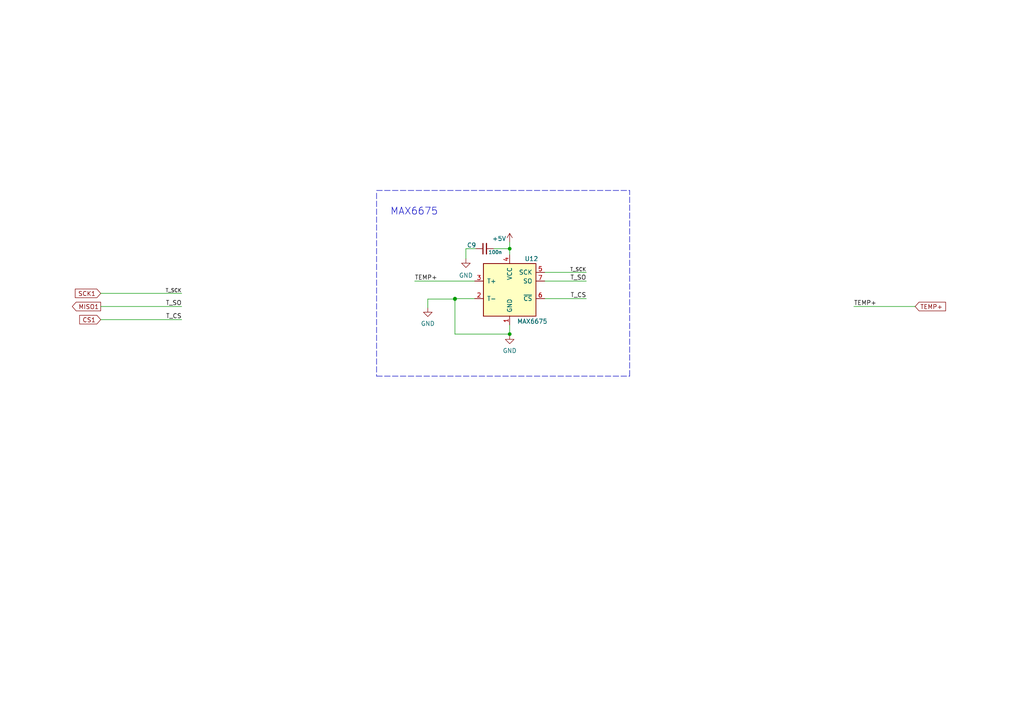
<source format=kicad_sch>
(kicad_sch (version 20211123) (generator eeschema)
  (paper "A4")
  (lib_symbols
    (symbol "Device:C_Small" (pin_numbers hide) (pin_names (offset 0.254) hide)
      (property "Reference" "C" (at 0.254 1.778 0))
      (property "Value" "C_Small" (at 0.254 -2.032 0))
      (symbol "C_Small_0_1"
        (polyline (pts (xy -1.524 -0.508) (xy 1.524 -0.508)) (stroke (width 0.3302)))
        (polyline (pts (xy -1.524 0.508) (xy 1.524 0.508)) (stroke (width 0.3048)))
      )
      (symbol "C_Small_1_1"
        (pin passive line (at 0 2.54 270) (length 2.032) (name "~") (number "1"))
        (pin passive line (at 0 -2.54 90) (length 2.032) (name "~") (number "2"))
      )
    )
    (symbol "Sensor_Temperature:MAX31855KASA" (pin_names (offset 1.016))
      (property "Reference" "U" (at -7.62 8.89 0))
      (property "Value" "MAX31855KASA" (at 1.27 8.89 0))
      (symbol "MAX31855KASA_0_1"
        (rectangle (start -7.62 7.62) (end 7.62 -7.62) (stroke (width 0.254)) (fill (type background)))
      )
      (symbol "MAX31855KASA_1_1"
        (pin power_in line (at 0 -10.16 90) (length 2.54) (name "GND") (number "1"))
        (pin passive line (at -10.16 -2.54 0) (length 2.54) (name "T-") (number "2"))
        (pin passive line (at -10.16 2.54 0) (length 2.54) (name "T+") (number "3"))
        (pin power_in line (at 0 10.16 270) (length 2.54) (name "VCC") (number "4"))
        (pin input line (at 10.16 5.08 180) (length 2.54) (name "SCK") (number "5"))
        (pin input line (at 10.16 -2.54 180) (length 2.54) (name "~{CS}") (number "6"))
        (pin tri_state line (at 10.16 2.54 180) (length 2.54) (name "SO") (number "7"))
      )
    )
    (symbol "power:+5V" (power) (pin_names (offset 0))
      (property "Value" "+5V" (at 0 3.556 0))
      (symbol "+5V_0_1"
        (polyline (pts (xy -0.762 1.27) (xy 0 2.54)))
        (polyline (pts (xy 0 0) (xy 0 2.54)))
        (polyline (pts (xy 0 2.54) (xy 0.762 1.27)))
      )
      (symbol "+5V_1_1"
        (pin power_in line (at 0 0 90) (length 0) hide (name "+5V") (number "1"))
      )
    )
    (symbol "power:GND" (power) (pin_names (offset 0))
      (property "Value" "GND" (at 0 -3.81 0))
      (symbol "GND_0_1"
        (polyline (pts (xy 0 0) (xy 0 -1.27) (xy 1.27 -1.27) (xy 0 -2.54) (xy -1.27 -1.27) (xy 0 -1.27)))
      )
      (symbol "GND_1_1"
        (pin power_in line (at 0 0 270) (length 0) hide (name "GND") (number "1"))
      )
    )
  )
  (junction (at 131.953 86.614))
  (junction (at 147.828 96.901))
  (junction (at 131.953 86.741))
  (junction (at 147.828 72.136))
  (wire (pts (xy 120.269 81.534) (xy 137.668 81.534)))
  (polyline (pts (xy 109.22 56.007) (xy 109.22 109.093)))
  (wire (pts (xy 29.21 88.9) (xy 52.705 88.9)))
  (wire (pts (xy 29.21 85.09) (xy 52.705 85.09)))
  (wire (pts (xy 147.828 94.234) (xy 147.828 96.901)))
  (wire (pts (xy 124.079 89.281) (xy 124.079 86.741)))
  (wire (pts (xy 135.128 75.057) (xy 135.128 72.136)))
  (wire (pts (xy 137.668 86.614) (xy 131.953 86.614)))
  (wire (pts (xy 131.953 86.741) (xy 131.953 96.901)))
  (wire (pts (xy 131.953 86.741) (xy 131.953 86.614)))
  (wire (pts (xy 147.828 70.231) (xy 147.828 72.136)))
  (wire (pts (xy 157.988 86.614) (xy 170.053 86.614)))
  (wire (pts (xy 143.129 72.136) (xy 147.828 72.136)))
  (wire (pts (xy 29.21 92.71) (xy 52.705 92.71)))
  (polyline (pts (xy 109.22 55.245) (xy 182.626 55.245)))
  (wire (pts (xy 124.079 86.741) (xy 131.953 86.741)))
  (wire (pts (xy 157.988 78.994) (xy 170.053 78.994)))
  (wire (pts (xy 131.953 96.901) (xy 147.828 96.901)))
  (polyline (pts (xy 109.22 109.093) (xy 182.626 109.093)))
  (wire (pts (xy 135.128 72.136) (xy 138.049 72.136)))
  (wire (pts (xy 147.828 96.901) (xy 147.828 97.155)))
  (wire (pts (xy 247.65 88.9) (xy 265.43 88.9)))
  (wire (pts (xy 147.828 72.136) (xy 147.828 73.914)))
  (wire (pts (xy 157.988 81.534) (xy 170.053 81.534)))
  (polyline (pts (xy 182.626 109.093) (xy 182.626 55.245)))
  (text "MAX6675" (at 113.157 62.611 0) (effects (font (size 2.032 2.032)) (justify left bottom)))
  (label "T_CS" (at 170.053 86.614 180))
  (label "T_SO" (at 52.705 88.9 180))
  (label "T_SO" (at 170.053 81.534 180))
  (label "T_SCK" (at 52.705 85.09 180) (effects (font (size 1.016 1.016))))
  (label "T_CS" (at 52.705 92.71 180))
  (label "T_SCK" (at 170.053 78.994 180) (effects (font (size 1.016 1.016))))
  (label "TEMP+" (at 247.65 88.9 0))
  (label "TEMP+" (at 120.269 81.534 0))
  (global_label "SCK1" (shape input) (at 29.21 85.09 180) (property "Intersheet References" "${INTERSHEET_REFS}" (effects hide)))
  (global_label "TEMP+" (shape input) (at 265.43 88.9 0) (property "Intersheet References" "${INTERSHEET_REFS}" (effects hide)))
  (global_label "CS1" (shape input) (at 29.21 92.71 180) (property "Intersheet References" "${INTERSHEET_REFS}" (effects hide)))
  (global_label "MISO1" (shape output) (at 29.21 88.9 180) (property "Intersheet References" "${INTERSHEET_REFS}" (effects hide)))
  (symbol (lib_id "power:GND") (at 124.079 89.281 0) (unit 1)
    (property "Reference" "#PWR028" (effects hide))
    (property "Value" "GND" (at 124.079 93.853 0))
  )
  (symbol (lib_id "power:+5V") (at 147.828 70.231 0) (unit 1)
    (property "Reference" "#PWR030" (effects hide))
    (property "Value" "+5V" (at 144.78 69.215 0))
  )
  (symbol (lib_id "power:GND") (at 135.128 75.057 0) (unit 1)
    (property "Reference" "#PWR029" (effects hide))
    (property "Value" "GND" (at 135.128 79.883 0))
  )
  (symbol (lib_id "Device:C_Small") (at 140.589 72.136 90) (unit 1)
    (property "Reference" "C9" (at 136.779 71.12 90))
    (property "Value" "100n" (at 143.637 73.152 90) (effects (font (size 1.016 1.016))))
    (property "Footprint" "Capacitor_THT:C_Disc_D4.3mm_W1.9mm_P5.00mm" (effects hide))
  )
  (symbol (lib_id "power:GND") (at 147.828 97.155 0) (unit 1)
    (property "Reference" "#PWR031" (effects hide))
    (property "Value" "GND" (at 147.828 101.727 0))
  )
  (symbol (lib_id "Sensor_Temperature:MAX31855KASA") (at 147.828 84.074 0) (unit 1)
    (property "Reference" "U12" (at 152.146 75.057 0) (effects (justify left)))
    (property "Value" "MAX6675" (at 149.987 93.218 0) (effects (justify left)))
    (property "Footprint" "Package_SO:SOIC-8_3.9x4.9mm_P1.27mm" (effects hide))
    (property "Datasheet" "http://datasheets.maximintegrated.com/en/ds/MAX31855.pdf" (effects hide))
  )
)
</source>
